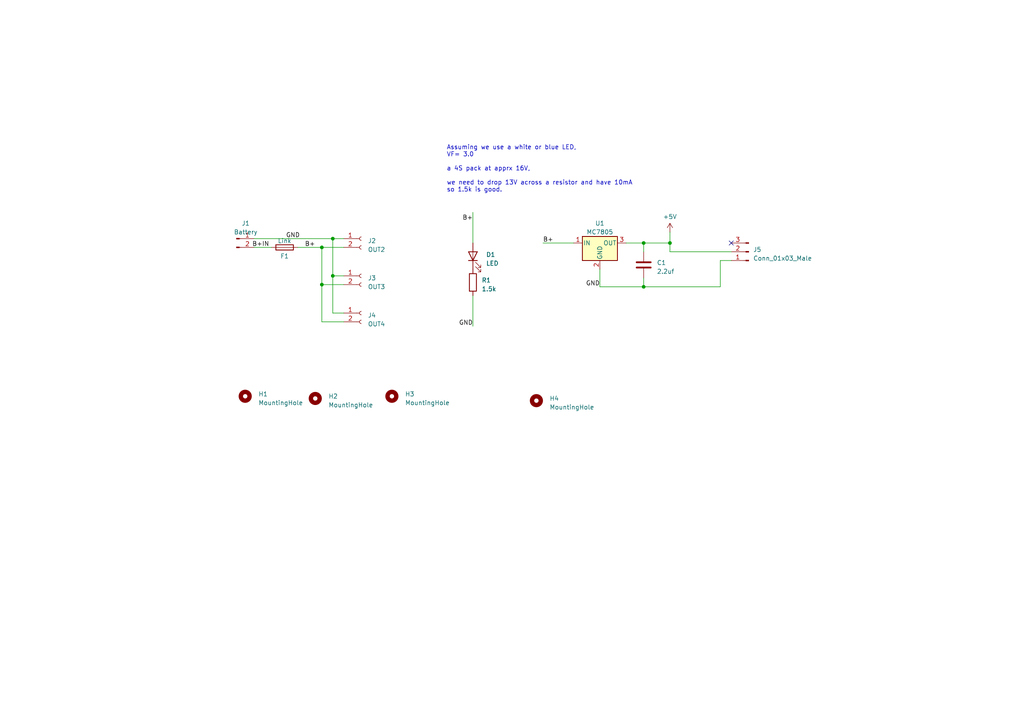
<source format=kicad_sch>
(kicad_sch (version 20210406) (generator eeschema)
  (paper "A4")
  (title_block (title "Beetleweight RA Power Distribution") (date "2021-06-25") (company "Mark Robson"))
  (lib_symbols
    (symbol "Connector:Conn_01x02_Female" (pin_names (offset 1.016) hide)
      (property "Reference" "J" (at 0 2.54 0))
      (property "Value" "Conn_01x02_Female" (at 0 -5.08 0))
      (symbol "Conn_01x02_Female_1_1"
        (arc (start 0 -2.032) (end 0 -3.048) (radius (at 0 -2.54) (length 0.508) (angles 90.1 -90.1)) (stroke (width 0.1524)))
        (arc (start 0 0.508) (end 0 -0.508) (radius (at 0 0) (length 0.508) (angles 90.1 -90.1)) (stroke (width 0.1524)))
        (polyline (pts (xy -1.27 -2.54) (xy -0.508 -2.54)) (stroke (width 0.1524)))
        (polyline (pts (xy -1.27 0) (xy -0.508 0)) (stroke (width 0.1524)))
        (pin passive line (at -5.08 0 0) (length 3.81) (name "Pin_1") (number "1"))
        (pin passive line (at -5.08 -2.54 0) (length 3.81) (name "Pin_2") (number "2"))
      )
    )
    (symbol "Connector:Conn_01x02_Male" (pin_names (offset 1.016) hide)
      (property "Reference" "J" (at 0 2.54 0))
      (property "Value" "Conn_01x02_Male" (at 0 -5.08 0))
      (symbol "Conn_01x02_Male_1_1"
        (rectangle (start 0.8636 -2.413) (end 0 -2.667) (stroke (width 0.1524)) (fill (type outline)))
        (rectangle (start 0.8636 0.127) (end 0 -0.127) (stroke (width 0.1524)) (fill (type outline)))
        (polyline (pts (xy 1.27 -2.54) (xy 0.8636 -2.54)) (stroke (width 0.1524)))
        (polyline (pts (xy 1.27 0) (xy 0.8636 0)) (stroke (width 0.1524)))
        (pin passive line (at 5.08 0 180) (length 3.81) (name "Pin_1") (number "1"))
        (pin passive line (at 5.08 -2.54 180) (length 3.81) (name "Pin_2") (number "2"))
      )
    )
    (symbol "Connector:Conn_01x03_Male" (pin_names (offset 1.016) hide)
      (property "Reference" "J" (at 0 5.08 0))
      (property "Value" "Conn_01x03_Male" (at 0 -5.08 0))
      (symbol "Conn_01x03_Male_1_1"
        (rectangle (start 0.8636 -2.413) (end 0 -2.667) (stroke (width 0.1524)) (fill (type outline)))
        (rectangle (start 0.8636 0.127) (end 0 -0.127) (stroke (width 0.1524)) (fill (type outline)))
        (rectangle (start 0.8636 2.667) (end 0 2.413) (stroke (width 0.1524)) (fill (type outline)))
        (polyline (pts (xy 1.27 -2.54) (xy 0.8636 -2.54)) (stroke (width 0.1524)))
        (polyline (pts (xy 1.27 0) (xy 0.8636 0)) (stroke (width 0.1524)))
        (polyline (pts (xy 1.27 2.54) (xy 0.8636 2.54)) (stroke (width 0.1524)))
        (pin passive line (at 5.08 2.54 180) (length 3.81) (name "Pin_1") (number "1"))
        (pin passive line (at 5.08 0 180) (length 3.81) (name "Pin_2") (number "2"))
        (pin passive line (at 5.08 -2.54 180) (length 3.81) (name "Pin_3") (number "3"))
      )
    )
    (symbol "Device:C" (pin_numbers hide) (pin_names (offset 0.254))
      (property "Reference" "C" (at 0.635 2.54 0))
      (property "Value" "C" (at 0.635 -2.54 0))
      (symbol "C_0_1"
        (polyline (pts (xy -2.032 -0.762) (xy 2.032 -0.762)) (stroke (width 0.508)))
        (polyline (pts (xy -2.032 0.762) (xy 2.032 0.762)) (stroke (width 0.508)))
      )
      (symbol "C_1_1"
        (pin passive line (at 0 3.81 270) (length 2.794) (name "~") (number "1"))
        (pin passive line (at 0 -3.81 90) (length 2.794) (name "~") (number "2"))
      )
    )
    (symbol "Device:Fuse" (pin_numbers hide) (pin_names (offset 0))
      (property "Reference" "F" (at 2.032 0 90))
      (property "Value" "Fuse" (at -1.905 0 90))
      (symbol "Fuse_0_1"
        (rectangle (start -0.762 -2.54) (end 0.762 2.54) (stroke (width 0.254)))
        (polyline (pts (xy 0 2.54) (xy 0 -2.54)))
      )
      (symbol "Fuse_1_1"
        (pin passive line (at 0 3.81 270) (length 1.27) (name "~") (number "1"))
        (pin passive line (at 0 -3.81 90) (length 1.27) (name "~") (number "2"))
      )
    )
    (symbol "Device:LED" (pin_numbers hide) (pin_names (offset 1.016) hide)
      (property "Reference" "D" (at 0 2.54 0))
      (property "Value" "LED" (at 0 -2.54 0))
      (symbol "LED_0_1"
        (polyline (pts (xy -1.27 -1.27) (xy -1.27 1.27)) (stroke (width 0.254)))
        (polyline (pts (xy -1.27 0) (xy 1.27 0)))
        (polyline (pts (xy 1.27 -1.27) (xy 1.27 1.27) (xy -1.27 0) (xy 1.27 -1.27)) (stroke (width 0.254)))
        (polyline (pts (xy -3.048 -0.762) (xy -4.572 -2.286) (xy -3.81 -2.286) (xy -4.572 -2.286) (xy -4.572 -1.524)))
        (polyline (pts (xy -1.778 -0.762) (xy -3.302 -2.286) (xy -2.54 -2.286) (xy -3.302 -2.286) (xy -3.302 -1.524)))
      )
      (symbol "LED_1_1"
        (pin passive line (at -3.81 0 0) (length 2.54) (name "K") (number "1"))
        (pin passive line (at 3.81 0 180) (length 2.54) (name "A") (number "2"))
      )
    )
    (symbol "Device:R" (pin_numbers hide) (pin_names (offset 0))
      (property "Reference" "R" (at 2.032 0 90))
      (property "Value" "R" (at 0 0 90))
      (symbol "R_0_1"
        (rectangle (start -1.016 -2.54) (end 1.016 2.54) (stroke (width 0.254)))
      )
      (symbol "R_1_1"
        (pin passive line (at 0 3.81 270) (length 1.27) (name "~") (number "1"))
        (pin passive line (at 0 -3.81 90) (length 1.27) (name "~") (number "2"))
      )
    )
    (symbol "Mechanical:MountingHole" (pin_names (offset 1.016))
      (property "Reference" "H" (at 0 5.08 0))
      (property "Value" "MountingHole" (at 0 3.175 0))
      (symbol "MountingHole_0_1"
        (circle (center 0 0) (radius 1.27) (stroke (width 1.27)))
      )
    )
    (symbol "Regulator_Linear:L7805" (pin_names (offset 0.254))
      (property "Reference" "U" (at -3.81 3.175 0))
      (property "Value" "L7805" (at 0 3.175 0))
      (symbol "L7805_0_1"
        (rectangle (start -5.08 1.905) (end 5.08 -5.08) (stroke (width 0.254)) (fill (type background)))
      )
      (symbol "L7805_1_1"
        (pin power_in line (at -7.62 0 0) (length 2.54) (name "IN") (number "1"))
        (pin power_in line (at 0 -7.62 90) (length 2.54) (name "GND") (number "2"))
        (pin power_out line (at 7.62 0 180) (length 2.54) (name "OUT") (number "3"))
      )
    )
    (symbol "power:+5V" (power) (pin_names (offset 0))
      (property "Value" "+5V" (at 0 3.556 0))
      (symbol "+5V_0_1"
        (polyline (pts (xy -0.762 1.27) (xy 0 2.54)))
        (polyline (pts (xy 0 0) (xy 0 2.54)))
        (polyline (pts (xy 0 2.54) (xy 0.762 1.27)))
      )
      (symbol "+5V_1_1"
        (pin power_in line (at 0 0 90) (length 0) hide (name "+5V") (number "1"))
      )
    )
  )
  (junction (at 93.345 71.755) (diameter 0.9144))
  (junction (at 93.345 82.55) (diameter 0.9144))
  (junction (at 96.52 69.215) (diameter 0.9144))
  (junction (at 96.52 80.01) (diameter 0.9144))
  (junction (at 186.69 70.485) (diameter 0.9144))
  (junction (at 186.69 83.185) (diameter 0.9144))
  (junction (at 194.31 70.485) (diameter 0.9144))
  (no_connect (at 212.09 70.485))
  (wire (pts (xy 73.66 69.215) (xy 96.52 69.215)))
  (wire (pts (xy 73.66 71.755) (xy 78.74 71.755)))
  (wire (pts (xy 86.36 71.755) (xy 93.345 71.755)))
  (wire (pts (xy 93.345 71.755) (xy 99.695 71.755)) (stroke (width 0.1524)))
  (wire (pts (xy 93.345 82.55) (xy 93.345 71.755)))
  (wire (pts (xy 93.345 93.345) (xy 93.345 82.55)))
  (wire (pts (xy 96.52 69.215) (xy 99.695 69.215)))
  (wire (pts (xy 96.52 80.01) (xy 96.52 69.215)))
  (wire (pts (xy 96.52 90.805) (xy 96.52 80.01)))
  (wire (pts (xy 99.695 80.01) (xy 96.52 80.01)))
  (wire (pts (xy 99.695 82.55) (xy 93.345 82.55)))
  (wire (pts (xy 99.695 90.805) (xy 96.52 90.805)))
  (wire (pts (xy 99.695 93.345) (xy 93.345 93.345)))
  (wire (pts (xy 137.16 70.485) (xy 137.16 61.595)))
  (wire (pts (xy 137.16 85.725) (xy 137.16 94.615)))
  (wire (pts (xy 157.48 70.485) (xy 166.37 70.485)))
  (wire (pts (xy 173.99 78.105) (xy 173.99 83.185)))
  (wire (pts (xy 173.99 83.185) (xy 186.69 83.185)))
  (wire (pts (xy 181.61 70.485) (xy 186.69 70.485)))
  (wire (pts (xy 186.69 70.485) (xy 186.69 73.025)))
  (wire (pts (xy 186.69 70.485) (xy 194.31 70.485)))
  (wire (pts (xy 186.69 80.645) (xy 186.69 83.185)))
  (wire (pts (xy 186.69 83.185) (xy 208.915 83.185)))
  (wire (pts (xy 194.31 67.31) (xy 194.31 70.485)))
  (wire (pts (xy 194.31 73.025) (xy 194.31 70.485)))
  (wire (pts (xy 208.915 75.565) (xy 212.09 75.565)))
  (wire (pts (xy 208.915 83.185) (xy 208.915 75.565)))
  (wire (pts (xy 212.09 73.025) (xy 194.31 73.025)))
  (text "Assuming we use a white or blue LED,\nVF= 3.0\n\na 4S pack at apprx 16V,\n\nwe need to drop 13V across a resistor and have 10mA\nso 1.5k is good." (at 129.54 55.88 0) (effects (font (size 1.27 1.27)) (justify left bottom)))
  (label "B+IN" (at 78.105 71.755 180))
  (label "GND" (at 86.995 69.215 180))
  (label "B+" (at 91.44 71.755 180))
  (label "B+" (at 137.16 64.135 180))
  (label "GND" (at 137.16 94.615 180))
  (label "B+" (at 157.48 70.485 0))
  (label "GND" (at 173.99 83.185 180))
  (symbol (lib_id "power:+5V") (at 194.31 67.31 0) (unit 1)
    (property "Reference" "#PWR01" (effects hide))
    (property "Value" "+5V" (at 194.31 62.865 0))
  )
  (symbol (lib_id "Mechanical:MountingHole") (at 71.12 114.935 0) (unit 1)
    (property "Reference" "H1" (at 74.93 114.2999 0) (effects (justify left)))
    (property "Value" "MountingHole" (at 74.93 116.8399 0) (effects (justify left)))
    (property "Footprint" "MountingHole:MountingHole_3.2mm_M3" (effects hide))
  )
  (symbol (lib_id "Mechanical:MountingHole") (at 91.44 115.57 0) (unit 1)
    (property "Reference" "H2" (at 95.25 114.9349 0) (effects (justify left)))
    (property "Value" "MountingHole" (at 95.25 117.4749 0) (effects (justify left)))
    (property "Footprint" "MountingHole:MountingHole_3.2mm_M3" (effects hide))
  )
  (symbol (lib_id "Mechanical:MountingHole") (at 113.665 114.935 0) (unit 1)
    (property "Reference" "H3" (at 117.475 114.2999 0) (effects (justify left)))
    (property "Value" "MountingHole" (at 117.475 116.8399 0) (effects (justify left)))
    (property "Footprint" "MountingHole:MountingHole_3.2mm_M3" (effects hide))
  )
  (symbol (lib_id "Mechanical:MountingHole") (at 155.575 116.205 0) (unit 1)
    (property "Reference" "H4" (at 159.385 115.5699 0) (effects (justify left)))
    (property "Value" "MountingHole" (at 159.385 118.1099 0) (effects (justify left)))
    (property "Footprint" "MountingHole:MountingHole_3.2mm_M3" (effects hide))
  )
  (symbol (lib_id "Device:Fuse") (at 82.55 71.755 90) (unit 1)
    (property "Reference" "F1" (at 82.55 74.295 90))
    (property "Value" "Link" (at 82.55 69.85 90))
    (property "Footprint" "Connector_AMASS:AMASS_XT30PW-F_1x02_P2.50mm_Horizontal" (effects hide))
  )
  (symbol (lib_id "Connector:Conn_01x02_Male") (at 68.58 69.215 0) (unit 1)
    (property "Reference" "J1" (at 71.2724 64.77 0))
    (property "Value" "Battery" (at 71.2724 67.31 0))
    (property "Footprint" "beetlepower-xt30:XT30U-M" (effects hide))
  )
  (symbol (lib_id "Device:R") (at 137.16 81.915 0) (unit 1)
    (property "Reference" "R1" (at 139.7 81.2799 0) (effects (justify left)))
    (property "Value" "1.5k" (at 139.7 83.8199 0) (effects (justify left)))
    (property "Footprint" "Resistor_SMD:R_0805_2012Metric_Pad1.20x1.40mm_HandSolder" (effects hide))
  )
  (symbol (lib_id "Connector:Conn_01x02_Female") (at 104.775 69.215 0) (unit 1)
    (property "Reference" "J2" (at 106.68 69.8499 0) (effects (justify left)))
    (property "Value" "OUT2" (at 106.68 72.3899 0) (effects (justify left)))
    (property "Footprint" "beetlepower-xt30:XT30U-F" (effects hide))
  )
  (symbol (lib_id "Connector:Conn_01x02_Female") (at 104.775 80.01 0) (unit 1)
    (property "Reference" "J3" (at 106.68 80.6449 0) (effects (justify left)))
    (property "Value" "OUT3" (at 106.68 83.1849 0) (effects (justify left)))
    (property "Footprint" "beetlepower-xt30:XT30U-F" (effects hide))
  )
  (symbol (lib_id "Connector:Conn_01x02_Female") (at 104.775 90.805 0) (unit 1)
    (property "Reference" "J4" (at 106.68 91.4399 0) (effects (justify left)))
    (property "Value" "OUT4" (at 106.68 93.9799 0) (effects (justify left)))
    (property "Footprint" "beetlepower-xt30:XT30U-F" (effects hide))
  )
  (symbol (lib_id "Device:LED") (at 137.16 74.295 90) (unit 1)
    (property "Reference" "D1" (at 140.97 73.8504 90) (effects (justify right)))
    (property "Value" "LED" (at 140.97 76.3904 90) (effects (justify right)))
    (property "Footprint" "LED_THT:LED_D5.0mm" (effects hide))
  )
  (symbol (lib_id "Connector:Conn_01x03_Male") (at 217.17 73.025 180) (unit 1)
    (property "Reference" "J5" (at 218.44 72.3899 0) (effects (justify right)))
    (property "Value" "Conn_01x03_Male" (at 218.44 74.9299 0) (effects (justify right)))
    (property "Footprint" "Connector_PinHeader_2.54mm:PinHeader_1x03_P2.54mm_Vertical" (effects hide))
  )
  (symbol (lib_id "Device:C") (at 186.69 76.835 0) (unit 1)
    (property "Reference" "C1" (at 190.5 76.1999 0) (effects (justify left)))
    (property "Value" "2.2uf" (at 190.5 78.7399 0) (effects (justify left)))
    (property "Footprint" "Capacitor_SMD:C_0805_2012Metric_Pad1.18x1.45mm_HandSolder" (effects hide))
  )
  (symbol (lib_id "Regulator_Linear:L7805") (at 173.99 70.485 0) (unit 1)
    (property "Reference" "U1" (at 173.99 64.77 0))
    (property "Value" "MC7805" (at 173.99 67.31 0))
    (property "Footprint" "Package_TO_SOT_SMD:TO-252-3_TabPin2" (effects hide))
    (property "Datasheet" "http://www.st.com/content/ccc/resource/technical/document/datasheet/41/4f/b3/b0/12/d4/47/88/CD00000444.pdf/files/CD00000444.pdf/jcr:content/translations/en.CD00000444.pdf" (effects hide))
    (property "LCSC" "C54285" (effects hide))
  )
)
</source>
